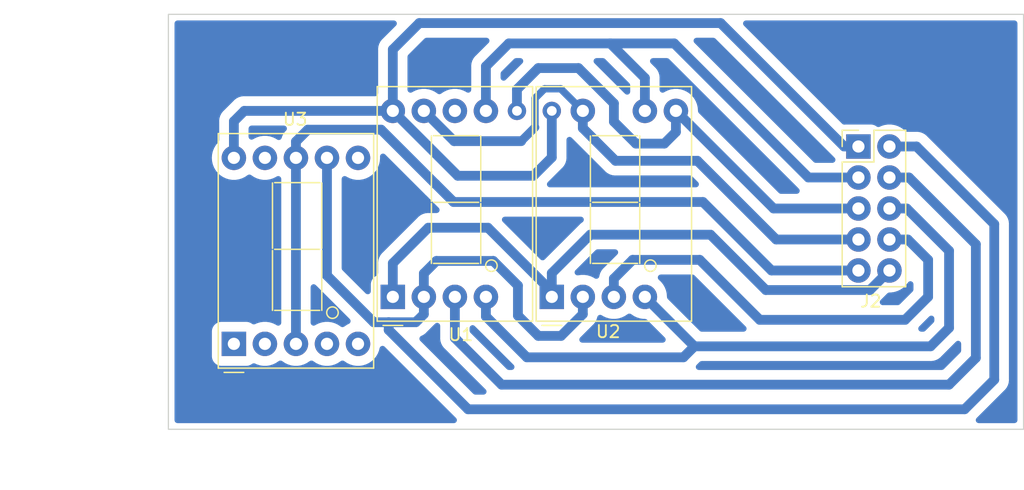
<source format=kicad_pcb>
(kicad_pcb (version 20221018) (generator pcbnew)
  (layers (0 "F.Cu" signal) (31 "B.Cu" signal) (34 "B.Paste" user) (35 "F.Paste" user) (36 "B.SilkS" user "B.Silkscreen") (37 "F.SilkS" user "F.Silkscreen") (38 "B.Mask" user) (39 "F.Mask" user) (44 "Edge.Cuts" user))
  (net 0 "")
  (net 1 "/b")
  (net 2 "/a")
  (net 3 "/f")
  (net 4 "/g")
  (net 5 "/cs3")
  (net 11 "/e")
  (net 12 "/d")
  (net 13 "/cs1")
  (net 14 "/c")
  (net 15 "/cs2")
  (footprint "Display_7Segment:D1X8K" (layer "F.Cu") (at 70.37 71.151 90)
    (fp_text reference "U1" (at -3.099 5.567 180) (layer "F.SilkS"))
    (fp_text value "D148K")
    (fp_line (start -2.34 -0.8) (end -2.34 0.81) (stroke (width 0.12)) (layer "F.SilkS"))
    (fp_line (start -1.99 -1.28) (end -1.99 11.44) (stroke (width 0.12)) (layer "F.SilkS"))
    (fp_line (start 2.7438 3.3372) (end 2.7438 7.0202) (stroke (width 0.12)) (layer "F.SilkS"))
    (fp_line (start 7.646 3.1594) (end 2.7438 3.1594) (stroke (width 0.12)) (layer "F.SilkS"))
    (fp_line (start 7.646 7.198) (end 2.7438 7.198) (stroke (width 0.12)) (layer "F.SilkS"))
    (fp_line (start 7.7476 3.3372) (end 7.7476 7.0202) (stroke (width 0.12)) (layer "F.SilkS"))
    (fp_line (start 13.1832 3.1594) (end 7.8238 3.1594) (stroke (width 0.12)) (layer "F.SilkS"))
    (fp_line (start 13.1832 7.198) (end 7.8238 7.198) (stroke (width 0.12)) (layer "F.SilkS"))
    (fp_line (start 13.2086 3.3372) (end 13.2086 7.0202) (stroke (width 0.12)) (layer "F.SilkS"))
    (fp_line (start 17.23 -1.28) (end -1.99 -1.28) (stroke (width 0.12)) (layer "F.SilkS"))
    (fp_line (start 17.23 -1.28) (end 17.23 11.44) (stroke (width 0.12)) (layer "F.SilkS"))
    (fp_line (start 17.23 11.44) (end -1.99 11.44) (stroke (width 0.12)) (layer "F.SilkS"))
    (fp_circle (center 2.557533 8.07) (end 2.836933 7.689) (stroke (width 0.12)) (fill none) (layer "F.SilkS"))
    (pad "1" thru_hole rect (at 0 0) (size 2 2) (drill 1) (layers "*.Cu" "*.Mask") (net 11 "/e"))
    (pad "2" thru_hole circle (at 0 2.54) (size 2 2) (drill 1) (layers "*.Cu" "*.Mask") (net 12 "/d"))
    (pad "3" thru_hole circle (at 0 5.08) (size 2 2) (drill 1) (layers "*.Cu" "*.Mask") (net 13 "/cs1"))
    (pad "4" thru_hole circle (at 0 7.62) (size 2 2) (drill 1) (layers "*.Cu" "*.Mask") (net 14 "/c"))
    (pad "6" thru_hole circle (at 15.24 10.16) (size 1.5 1.5) (drill 0.8) (layers "*.Cu" "*.Mask") (net 1 "/b"))
    (pad "7" thru_hole circle (at 15.24 7.62) (size 2 2) (drill 1) (layers "*.Cu" "*.Mask") (net 2 "/a"))
    (pad "8" thru_hole circle (at 15.24 5.08) (size 2 2) (drill 1) (layers "*.Cu" "*.Mask") (net 13 "/cs1"))
    (pad "9" thru_hole circle (at 15.24 2.54) (size 2 2) (drill 1) (layers "*.Cu" "*.Mask") (net 3 "/f"))
    (pad "10" thru_hole circle (at 15.24 0) (size 2 2) (drill 1) (layers "*.Cu" "*.Mask") (net 4 "/g"))
  )
  (footprint "Display_7Segment:D1X8K" (layer "F.Cu") (at 83.383 71.151 90)
    (fp_text reference "U2" (at -2.849 4.617 180) (layer "F.SilkS"))
    (fp_text value "D148K")
    (fp_line (start -2.34 -0.8) (end -2.34 0.81) (stroke (width 0.12)) (layer "F.SilkS"))
    (fp_line (start -1.99 -1.28) (end -1.99 11.44) (stroke (width 0.12)) (layer "F.SilkS"))
    (fp_line (start 2.7438 3.3372) (end 2.7438 7.0202) (stroke (width 0.12)) (layer "F.SilkS"))
    (fp_line (start 7.646 3.1594) (end 2.7438 3.1594) (stroke (width 0.12)) (layer "F.SilkS"))
    (fp_line (start 7.646 7.198) (end 2.7438 7.198) (stroke (width 0.12)) (layer "F.SilkS"))
    (fp_line (start 7.7476 3.3372) (end 7.7476 7.0202) (stroke (width 0.12)) (layer "F.SilkS"))
    (fp_line (start 13.1832 3.1594) (end 7.8238 3.1594) (stroke (width 0.12)) (layer "F.SilkS"))
    (fp_line (start 13.1832 7.198) (end 7.8238 7.198) (stroke (width 0.12)) (layer "F.SilkS"))
    (fp_line (start 13.2086 3.3372) (end 13.2086 7.0202) (stroke (width 0.12)) (layer "F.SilkS"))
    (fp_line (start 17.23 -1.28) (end -1.99 -1.28) (stroke (width 0.12)) (layer "F.SilkS"))
    (fp_line (start 17.23 -1.28) (end 17.23 11.44) (stroke (width 0.12)) (layer "F.SilkS"))
    (fp_line (start 17.23 11.44) (end -1.99 11.44) (stroke (width 0.12)) (layer "F.SilkS"))
    (fp_circle (center 2.557533 8.07) (end 2.836933 7.689) (stroke (width 0.12)) (fill none) (layer "F.SilkS"))
    (pad "1" thru_hole rect (at 0 0) (size 2 2) (drill 1) (layers "*.Cu" "*.Mask") (net 11 "/e"))
    (pad "2" thru_hole circle (at 0 2.54) (size 2 2) (drill 1) (layers "*.Cu" "*.Mask") (net 12 "/d"))
    (pad "3" thru_hole circle (at 0 5.08) (size 2 2) (drill 1) (layers "*.Cu" "*.Mask") (net 15 "/cs2"))
    (pad "4" thru_hole circle (at 0 7.62) (size 2 2) (drill 1) (layers "*.Cu" "*.Mask") (net 14 "/c"))
    (pad "6" thru_hole circle (at 15.24 10.16) (size 2 2) (drill 1) (layers "*.Cu" "*.Mask") (net 1 "/b"))
    (pad "7" thru_hole circle (at 15.24 7.62) (size 2 2) (drill 1) (layers "*.Cu" "*.Mask") (net 2 "/a"))
    (pad "9" thru_hole circle (at 15.24 2.54) (size 2 2) (drill 1) (layers "*.Cu" "*.Mask") (net 3 "/f"))
    (pad "10" thru_hole circle (at 15.24 0) (size 1.5 1.5) (drill 0.8) (layers "*.Cu" "*.Mask") (net 4 "/g"))
  )
  (footprint "Connector_PinHeader_2.54mm:PinHeader_2x05_P2.54mm_Vertical" (layer "F.Cu") (at 108.482 58.829)
    (fp_text reference "J2" (at 1.018 12.671) (layer "F.SilkS"))
    (fp_text value "Conn_02x05_Odd_Even")
    (fp_line (start -1.33 -1.33) (end 0 -1.33) (stroke (width 0.12)) (layer "F.SilkS"))
    (fp_line (start -1.33 0) (end -1.33 -1.33) (stroke (width 0.12)) (layer "F.SilkS"))
    (fp_line (start -1.33 1.27) (end -1.33 11.49) (stroke (width 0.12)) (layer "F.SilkS"))
    (fp_line (start -1.33 1.27) (end 1.27 1.27) (stroke (width 0.12)) (layer "F.SilkS"))
    (fp_line (start -1.33 11.49) (end 3.87 11.49) (stroke (width 0.12)) (layer "F.SilkS"))
    (fp_line (start 1.27 -1.33) (end 3.87 -1.33) (stroke (width 0.12)) (layer "F.SilkS"))
    (fp_line (start 1.27 1.27) (end 1.27 -1.33) (stroke (width 0.12)) (layer "F.SilkS"))
    (fp_line (start 3.87 -1.33) (end 3.87 11.49) (stroke (width 0.12)) (layer "F.SilkS"))
    (pad "1" thru_hole rect (at 0 0) (size 2 2) (drill 1) (layers "*.Cu" "*.Mask") (net 4 "/g"))
    (pad "2" thru_hole oval (at 2.54 0) (size 2 2) (drill 1) (layers "*.Cu" "*.Mask") (net 12 "/d"))
    (pad "3" thru_hole oval (at 0 2.54) (size 2 2) (drill 1) (layers "*.Cu" "*.Mask") (net 2 "/a"))
    (pad "4" thru_hole oval (at 2.54 2.54) (size 2 2) (drill 1) (layers "*.Cu" "*.Mask") (net 13 "/cs1"))
    (pad "5" thru_hole oval (at 0 5.08) (size 2 2) (drill 1) (layers "*.Cu" "*.Mask") (net 1 "/b"))
    (pad "6" thru_hole oval (at 2.54 5.08) (size 2 2) (drill 1) (layers "*.Cu" "*.Mask") (net 14 "/c"))
    (pad "7" thru_hole oval (at 0 7.62) (size 2 2) (drill 1) (layers "*.Cu" "*.Mask") (net 3 "/f"))
    (pad "8" thru_hole oval (at 2.54 7.62) (size 2 2) (drill 1) (layers "*.Cu" "*.Mask") (net 15 "/cs2"))
    (pad "9" thru_hole oval (at 0 10.16) (size 2 2) (drill 1) (layers "*.Cu" "*.Mask") (net 5 "/cs3"))
    (pad "10" thru_hole oval (at 2.54 10.16) (size 2 2) (drill 1) (layers "*.Cu" "*.Mask") (net 11 "/e"))
  )
  (footprint "Display_7Segment:D1X8K" (layer "F.Cu") (at 57.36 75 90)
    (fp_text reference "U3" (at 18.3975 5.017 180) (layer "F.SilkS"))
    (fp_text value "D148K")
    (fp_line (start -2.34 -0.8) (end -2.34 0.81) (stroke (width 0.12)) (layer "F.SilkS"))
    (fp_line (start -1.99 -1.28) (end -1.99 11.44) (stroke (width 0.12)) (layer "F.SilkS"))
    (fp_line (start 2.7438 3.3372) (end 2.7438 7.0202) (stroke (width 0.12)) (layer "F.SilkS"))
    (fp_line (start 7.646 3.1594) (end 2.7438 3.1594) (stroke (width 0.12)) (layer "F.SilkS"))
    (fp_line (start 7.646 7.198) (end 2.7438 7.198) (stroke (width 0.12)) (layer "F.SilkS"))
    (fp_line (start 7.7476 3.3372) (end 7.7476 7.0202) (stroke (width 0.12)) (layer "F.SilkS"))
    (fp_line (start 13.1832 3.1594) (end 7.8238 3.1594) (stroke (width 0.12)) (layer "F.SilkS"))
    (fp_line (start 13.1832 7.198) (end 7.8238 7.198) (stroke (width 0.12)) (layer "F.SilkS"))
    (fp_line (start 13.2086 3.3372) (end 13.2086 7.0202) (stroke (width 0.12)) (layer "F.SilkS"))
    (fp_line (start 17.23 -1.28) (end -1.99 -1.28) (stroke (width 0.12)) (layer "F.SilkS"))
    (fp_line (start 17.23 -1.28) (end 17.23 11.44) (stroke (width 0.12)) (layer "F.SilkS"))
    (fp_line (start 17.23 11.44) (end -1.99 11.44) (stroke (width 0.12)) (layer "F.SilkS"))
    (fp_circle (center 2.557533 8.07) (end 2.836933 7.689) (stroke (width 0.12)) (fill none) (layer "F.SilkS"))
    (pad "1" thru_hole rect (at 0 0) (size 2 2) (drill 1) (layers "*.Cu" "*.Mask"))
    (pad "2" thru_hole circle (at 0 2.54) (size 2 2) (drill 1) (layers "*.Cu" "*.Mask"))
    (pad "3" thru_hole circle (at 0 5.08) (size 2 2) (drill 1) (layers "*.Cu" "*.Mask") (net 5 "/cs3"))
    (pad "4" thru_hole circle (at 0 7.62) (size 2 2) (drill 1) (layers "*.Cu" "*.Mask"))
    (pad "5" thru_hole circle (at 0 10.16) (size 2 2) (drill 1) (layers "*.Cu" "*.Mask"))
    (pad "6" thru_hole circle (at 15.24 10.16) (size 2 2) (drill 1) (layers "*.Cu" "*.Mask"))
    (pad "7" thru_hole circle (at 15.24 7.62) (size 2 2) (drill 1) (layers "*.Cu" "*.Mask") (net 12 "/d"))
    (pad "8" thru_hole circle (at 15.24 5.08) (size 2 2) (drill 1) (layers "*.Cu" "*.Mask") (net 5 "/cs3"))
    (pad "9" thru_hole circle (at 15.24 2.54) (size 2 2) (drill 1) (layers "*.Cu" "*.Mask"))
    (pad "10" thru_hole circle (at 15.24 0) (size 2 2) (drill 1) (layers "*.Cu" "*.Mask") (net 4 "/g"))
  )
  (gr_rect (start 52 48) (end 122 82) (stroke (width 0.1)) (fill none) (layer "Edge.Cuts"))
  (segment (start 80.53 54.152) (end 80.53 55.911) (width 0.8) (layer "B.Cu") (net 1))
  (segment (start 88.467 55.3) (end 85.57 52.403) (width 0.8) (layer "B.Cu") (net 1))
  (segment (start 88.467 56.792) (end 88.467 55.3) (width 0.8) (layer "B.Cu") (net 1))
  (segment (start 93.543 55.911) (end 101.541 63.909) (width 0.8) (layer "B.Cu") (net 1))
  (segment (start 85.57 52.403) (end 82.279 52.403) (width 0.8) (layer "B.Cu") (net 1))
  (segment (start 93.543 57.642) (end 92.593 58.592) (width 0.8) (layer "B.Cu") (net 1))
  (segment (start 93.543 55.911) (end 93.543 57.642) (width 0.8) (layer "B.Cu") (net 1))
  (segment (start 92.593 58.592) (end 90.267 58.592) (width 0.8) (layer "B.Cu") (net 1))
  (segment (start 82.279 52.403) (end 80.53 54.152) (width 0.8) (layer "B.Cu") (net 1))
  (segment (start 101.541 63.909) (end 108.482 63.909) (width 0.8) (layer "B.Cu") (net 1))
  (segment (start 90.267 58.592) (end 88.467 56.792) (width 0.8) (layer "B.Cu") (net 1))
  (segment (start 91.003 55.911) (end 91.003 53.217) (width 0.8) (layer "B.Cu") (net 2))
  (segment (start 91.003 53.217) (end 88.17 50.384) (width 0.8) (layer "B.Cu") (net 2))
  (segment (start 108.482 61.369) (end 104.389 61.369) (width 0.8) (layer "B.Cu") (net 2))
  (segment (start 88.17 50.384) (end 79.865 50.384) (width 0.8) (layer "B.Cu") (net 2))
  (segment (start 93.404 50.384) (end 88.17 50.384) (width 0.8) (layer "B.Cu") (net 2))
  (segment (start 79.865 50.384) (end 77.99 52.259) (width 0.8) (layer "B.Cu") (net 2))
  (segment (start 77.99 52.259) (end 77.99 55.911) (width 0.8) (layer "B.Cu") (net 2))
  (segment (start 104.389 61.369) (end 93.404 50.384) (width 0.8) (layer "B.Cu") (net 2))
  (segment (start 82.01 54.878) (end 82.788 54.1) (width 0.6) (layer "B.Cu") (net 3))
  (segment (start 85.923 55.911) (end 85.923 57.325213) (width 0.8) (layer "B.Cu") (net 3))
  (segment (start 88.597787 60) (end 95.3 60) (width 0.8) (layer "B.Cu") (net 3))
  (segment (start 82.01 57.26) (end 82.01 54.878) (width 0.6) (layer "B.Cu") (net 3))
  (segment (start 85.923 57.325213) (end 88.597787 60) (width 0.8) (layer "B.Cu") (net 3))
  (segment (start 95.3 60) (end 101.749 66.449) (width 0.8) (layer "B.Cu") (net 3))
  (segment (start 82.788 54.1) (end 84.112 54.1) (width 0.6) (layer "B.Cu") (net 3))
  (segment (start 75.389 58.39) (end 72.91 55.911) (width 0.8) (layer "B.Cu") (net 3))
  (segment (start 80.88 58.39) (end 75.389 58.39) (width 0.8) (layer "B.Cu") (net 3))
  (segment (start 101.749 66.449) (end 108.482 66.449) (width 0.8) (layer "B.Cu") (net 3))
  (segment (start 84.112 54.1) (end 85.923 55.911) (width 0.6) (layer "B.Cu") (net 3))
  (segment (start 82.01 57.26) (end 80.88 58.39) (width 0.7) (layer "B.Cu") (net 3))
  (segment (start 97.202 48.716) (end 72.535 48.716) (width 0.8) (layer "B.Cu") (net 4))
  (segment (start 70.37 55.911) (end 58.214 55.911) (width 0.8) (layer "B.Cu") (net 4))
  (segment (start 83.383 59.726) (end 83.383 55.911) (width 0.8) (layer "B.Cu") (net 4))
  (segment (start 70.37 55.911) (end 75.684 61.225) (width 0.8) (layer "B.Cu") (net 4))
  (segment (start 107.315 58.829) (end 97.202 48.716) (width 0.8) (layer "B.Cu") (net 4))
  (segment (start 108.482 58.829) (end 107.315 58.829) (width 0.8) (layer "B.Cu") (net 4))
  (segment (start 57.36 56.765) (end 57.36 59.76) (width 0.8) (layer "B.Cu") (net 4))
  (segment (start 58.214 55.911) (end 57.36 56.765) (width 0.8) (layer "B.Cu") (net 4))
  (segment (start 72.535 48.716) (end 70.37 50.881) (width 0.8) (layer "B.Cu") (net 4))
  (segment (start 70.37 50.881) (end 70.37 55.911) (width 0.8) (layer "B.Cu") (net 4))
  (segment (start 75.684 61.225) (end 81.884 61.225) (width 0.8) (layer "B.Cu") (net 4))
  (segment (start 81.884 61.225) (end 83.383 59.726) (width 0.8) (layer "B.Cu") (net 4))
  (segment (start 63.415 57.448) (end 62.44 58.423) (width 0.8) (layer "B.Cu") (net 5))
  (segment (start 62.44 59.76) (end 62.44 75) (width 0.8) (layer "B.Cu") (net 5))
  (segment (start 75.344 63.376) (end 73.868 61.9) (width 0.8) (layer "B.Cu") (net 5))
  (segment (start 73.861522 61.9) (end 69.409522 57.448) (width 0.8) (layer "B.Cu") (net 5))
  (segment (start 73.868 61.9) (end 73.861522 61.9) (width 0.8) (layer "B.Cu") (net 5))
  (segment (start 95.754 63.376) (end 75.344 63.376) (width 0.8) (layer "B.Cu") (net 5))
  (segment (start 62.44 58.423) (end 62.44 59.76) (width 0.8) (layer "B.Cu") (net 5))
  (segment (start 101.367 68.989) (end 95.754 63.376) (width 0.8) (layer "B.Cu") (net 5))
  (segment (start 108.482 68.989) (end 101.367 68.989) (width 0.8) (layer "B.Cu") (net 5))
  (segment (start 69.409522 57.448) (end 63.415 57.448) (width 0.8) (layer "B.Cu") (net 5))
  (segment (start 73.281 65.483) (end 78.154 65.483) (width 0.8) (layer "B.Cu") (net 11))
  (segment (start 78.154 65.483) (end 83.383 70.712) (width 0.8) (layer "B.Cu") (net 11))
  (segment (start 83.383 69.207) (end 83.383 71.151) (width 0.8) (layer "B.Cu") (net 11))
  (segment (start 70.37 71.151) (end 70.37 68.394) (width 0.8) (layer "B.Cu") (net 11))
  (segment (start 70.37 68.394) (end 73.281 65.483) (width 0.8) (layer "B.Cu") (net 11))
  (segment (start 109.422 70.589) (end 100.904 70.589) (width 0.8) (layer "B.Cu") (net 11))
  (segment (start 96.368 66.053) (end 86.537 66.053) (width 0.8) (layer "B.Cu") (net 11))
  (segment (start 111.022 68.989) (end 109.422 70.589) (width 0.8) (layer "B.Cu") (net 11))
  (segment (start 86.537 66.053) (end 83.383 69.207) (width 0.8) (layer "B.Cu") (net 11))
  (segment (start 100.904 70.589) (end 96.368 66.053) (width 0.8) (layer "B.Cu") (net 11))
  (segment (start 83.383 70.712) (end 83.383 71.151) (width 0.8) (layer "B.Cu") (net 11))
  (segment (start 83.383 71.151) (end 83.383 70.649) (width 0.25) (layer "B.Cu") (net 11))
  (segment (start 78.592 68.204) (end 73.939 68.204) (width 0.8) (layer "B.Cu") (net 12))
  (segment (start 85.923 72.565213) (end 84.139213 74.349) (width 0.8) (layer "B.Cu") (net 12))
  (segment (start 76.529 80.362) (end 70.033 73.866) (width 0.8) (layer "B.Cu") (net 12))
  (segment (start 111.022 58.829) (end 113.24 58.829) (width 0.8) (layer "B.Cu") (net 12))
  (segment (start 72.91 71.151) (end 72.91 72.565213) (width 0.8) (layer "B.Cu") (net 12))
  (segment (start 64.98 69.4) (end 64.98 59.76) (width 0.8) (layer "B.Cu") (net 12))
  (segment (start 117.173 80.362) (end 76.529 80.362) (width 0.8) (layer "B.Cu") (net 12))
  (segment (start 72.245213 73.23) (end 70.033 73.23) (width 0.8) (layer "B.Cu") (net 12))
  (segment (start 70.033 73.23) (end 68.81 73.23) (width 0.8) (layer "B.Cu") (net 12))
  (segment (start 84.139213 74.349) (end 82.279 74.349) (width 0.8) (layer "B.Cu") (net 12))
  (segment (start 80.611 72.681) (end 80.611 70.223) (width 0.8) (layer "B.Cu") (net 12))
  (segment (start 73.939 68.204) (end 72.91 69.233) (width 0.8) (layer "B.Cu") (net 12))
  (segment (start 119.6 65.189) (end 119.6 77.935) (width 0.8) (layer "B.Cu") (net 12))
  (segment (start 80.611 70.223) (end 78.592 68.204) (width 0.8) (layer "B.Cu") (net 12))
  (segment (start 72.422606 73.052606) (end 72.245213 73.23) (width 0.8) (layer "B.Cu") (net 12))
  (segment (start 68.81 73.23) (end 64.98 69.4) (width 0.8) (layer "B.Cu") (net 12))
  (segment (start 72.91 72.565213) (end 72.422606 73.052606) (width 0.8) (layer "B.Cu") (net 12))
  (segment (start 72.91 69.233) (end 72.91 71.151) (width 0.8) (layer "B.Cu") (net 12))
  (segment (start 113.24 58.829) (end 119.6 65.189) (width 0.8) (layer "B.Cu") (net 12))
  (segment (start 82.279 74.349) (end 80.611 72.681) (width 0.8) (layer "B.Cu") (net 12))
  (segment (start 119.6 77.935) (end 117.173 80.362) (width 0.8) (layer "B.Cu") (net 12))
  (segment (start 85.923 71.151) (end 85.923 72.565213) (width 0.8) (layer "B.Cu") (net 12))
  (segment (start 70.033 73.866) (end 70.033 73.23) (width 0.8) (layer "B.Cu") (net 12))
  (segment (start 79.273572 78.343) (end 75.45 74.519428) (width 0.8) (layer "B.Cu") (net 13))
  (segment (start 111.022 61.369) (end 112.62 61.369) (width 0.8) (layer "B.Cu") (net 13))
  (segment (start 118.094 66.843) (end 118.094 76.149) (width 0.8) (layer "B.Cu") (net 13))
  (segment (start 118.094 76.149) (end 115.9 78.343) (width 0.8) (layer "B.Cu") (net 13))
  (segment (start 112.62 61.369) (end 118.094 66.843) (width 0.8) (layer "B.Cu") (net 13))
  (segment (start 75.45 74.519428) (end 75.45 71.151) (width 0.8) (layer "B.Cu") (net 13))
  (segment (start 115.9 78.343) (end 79.273572 78.343) (width 0.8) (layer "B.Cu") (net 13))
  (segment (start 115.9 67.372787) (end 115.9 73.69) (width 0.8) (layer "B.Cu") (net 14))
  (segment (start 114.3855 75.2045) (end 95.0565 75.2045) (width 0.8) (layer "B.Cu") (net 14))
  (segment (start 81.341258 76.105) (end 77.99 72.753742) (width 0.8) (layer "B.Cu") (net 14))
  (segment (start 94.156 76.105) (end 81.341258 76.105) (width 0.8) (layer "B.Cu") (net 14))
  (segment (start 111.022 63.909) (end 112.436213 63.909) (width 0.8) (layer "B.Cu") (net 14))
  (segment (start 95.0565 75.2045) (end 94.156 76.105) (width 0.8) (layer "B.Cu") (net 14))
  (segment (start 115.9 73.69) (end 114.3855 75.2045) (width 0.8) (layer "B.Cu") (net 14))
  (segment (start 77.99 72.753742) (end 77.99 71.151) (width 0.8) (layer "B.Cu") (net 14))
  (segment (start 112.436213 63.909) (end 115.9 67.372787) (width 0.8) (layer "B.Cu") (net 14))
  (segment (start 95.0565 75.2045) (end 91.003 71.151) (width 0.8) (layer "B.Cu") (net 14))
  (segment (start 114.188 68.116) (end 114.188 71.145) (width 0.8) (layer "B.Cu") (net 15))
  (segment (start 100.406 73.032) (end 95.49 68.116) (width 0.8) (layer "B.Cu") (net 15))
  (segment (start 112.301 73.032) (end 100.406 73.032) (width 0.8) (layer "B.Cu") (net 15))
  (segment (start 111.022 66.449) (end 112.521 66.449) (width 0.8) (layer "B.Cu") (net 15))
  (segment (start 88.463 69.657) (end 88.463 71.151) (width 0.8) (layer "B.Cu") (net 15))
  (segment (start 95.49 68.116) (end 90.004 68.116) (width 0.8) (layer "B.Cu") (net 15))
  (segment (start 90.004 68.116) (end 88.463 69.657) (width 0.8) (layer "B.Cu") (net 15))
  (segment (start 112.521 66.449) (end 114.188 68.116) (width 0.8) (layer "B.Cu") (net 15))
  (segment (start 114.188 71.145) (end 112.301 73.032) (width 0.8) (layer "B.Cu") (net 15))
  (zone (net 0) (net_name "") (layer "B.Cu") (connect_pads (clearance 0.8)) (min_thickness 0.5) (fill yes (thermal_gap 0.5) (thermal_bridge_width 0.5) (island_removal_mode 1) (island_area_min 10))
    (polygon (pts (xy 51.988 47.991) (xy 121.974 48.004) (xy 121.995 81.979) (xy 52.015 81.954)))
  )
)
</source>
